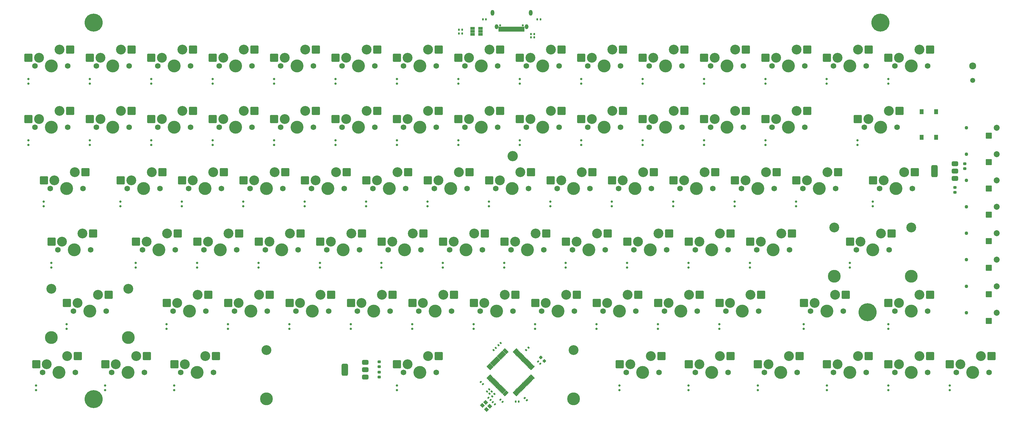
<source format=gbr>
%TF.GenerationSoftware,KiCad,Pcbnew,8.0.3*%
%TF.CreationDate,2024-07-13T16:12:33+02:00*%
%TF.ProjectId,DevKeyboard,4465764b-6579-4626-9f61-72642e6b6963,1.0*%
%TF.SameCoordinates,Original*%
%TF.FileFunction,Soldermask,Bot*%
%TF.FilePolarity,Negative*%
%FSLAX46Y46*%
G04 Gerber Fmt 4.6, Leading zero omitted, Abs format (unit mm)*
G04 Created by KiCad (PCBNEW 8.0.3) date 2024-07-13 16:12:33*
%MOMM*%
%LPD*%
G01*
G04 APERTURE LIST*
G04 Aperture macros list*
%AMRoundRect*
0 Rectangle with rounded corners*
0 $1 Rounding radius*
0 $2 $3 $4 $5 $6 $7 $8 $9 X,Y pos of 4 corners*
0 Add a 4 corners polygon primitive as box body*
4,1,4,$2,$3,$4,$5,$6,$7,$8,$9,$2,$3,0*
0 Add four circle primitives for the rounded corners*
1,1,$1+$1,$2,$3*
1,1,$1+$1,$4,$5*
1,1,$1+$1,$6,$7*
1,1,$1+$1,$8,$9*
0 Add four rect primitives between the rounded corners*
20,1,$1+$1,$2,$3,$4,$5,0*
20,1,$1+$1,$4,$5,$6,$7,0*
20,1,$1+$1,$6,$7,$8,$9,0*
20,1,$1+$1,$8,$9,$2,$3,0*%
%AMRotRect*
0 Rectangle, with rotation*
0 The origin of the aperture is its center*
0 $1 length*
0 $2 width*
0 $3 Rotation angle, in degrees counterclockwise*
0 Add horizontal line*
21,1,$1,$2,0,0,$3*%
G04 Aperture macros list end*
%ADD10C,5.600000*%
%ADD11C,3.048000*%
%ADD12C,3.987800*%
%ADD13C,1.100000*%
%ADD14RoundRect,0.102000X0.825000X-0.825000X0.825000X0.825000X-0.825000X0.825000X-0.825000X-0.825000X0*%
%ADD15C,1.854000*%
%ADD16C,1.750000*%
%ADD17C,3.050000*%
%ADD18C,4.000000*%
%ADD19RoundRect,0.250000X-1.025000X-1.000000X1.025000X-1.000000X1.025000X1.000000X-1.025000X1.000000X0*%
%ADD20C,3.200000*%
%ADD21C,2.159000*%
%ADD22C,1.549400*%
%ADD23RoundRect,0.150000X-0.200000X0.150000X-0.200000X-0.150000X0.200000X-0.150000X0.200000X0.150000X0*%
%ADD24RoundRect,0.140000X-0.021213X0.219203X-0.219203X0.021213X0.021213X-0.219203X0.219203X-0.021213X0*%
%ADD25RoundRect,0.140000X0.140000X0.170000X-0.140000X0.170000X-0.140000X-0.170000X0.140000X-0.170000X0*%
%ADD26RoundRect,0.140000X-0.219203X-0.021213X-0.021213X-0.219203X0.219203X0.021213X0.021213X0.219203X0*%
%ADD27RoundRect,0.135000X-0.135000X-0.185000X0.135000X-0.185000X0.135000X0.185000X-0.135000X0.185000X0*%
%ADD28R,1.300000X1.550000*%
%ADD29RoundRect,0.102000X-0.415425X-0.627557X0.627557X0.415425X0.415425X0.627557X-0.627557X-0.415425X0*%
%ADD30RoundRect,0.102000X-0.627557X0.415425X0.415425X-0.627557X0.627557X-0.415425X-0.415425X0.627557X0*%
%ADD31RoundRect,0.225000X0.250000X-0.225000X0.250000X0.225000X-0.250000X0.225000X-0.250000X-0.225000X0*%
%ADD32RoundRect,0.225000X-0.250000X0.225000X-0.250000X-0.225000X0.250000X-0.225000X0.250000X0.225000X0*%
%ADD33RoundRect,0.225000X0.335876X0.017678X0.017678X0.335876X-0.335876X-0.017678X-0.017678X-0.335876X0*%
%ADD34RoundRect,0.135000X0.135000X0.185000X-0.135000X0.185000X-0.135000X-0.185000X0.135000X-0.185000X0*%
%ADD35RoundRect,0.135000X-0.226274X-0.035355X-0.035355X-0.226274X0.226274X0.035355X0.035355X0.226274X0*%
%ADD36RoundRect,0.375000X0.625000X0.375000X-0.625000X0.375000X-0.625000X-0.375000X0.625000X-0.375000X0*%
%ADD37RoundRect,0.500000X0.500000X1.400000X-0.500000X1.400000X-0.500000X-1.400000X0.500000X-1.400000X0*%
%ADD38RoundRect,0.140000X-0.140000X-0.170000X0.140000X-0.170000X0.140000X0.170000X-0.140000X0.170000X0*%
%ADD39RotRect,1.150000X1.000000X135.000000*%
%ADD40RoundRect,0.140000X0.219203X0.021213X0.021213X0.219203X-0.219203X-0.021213X-0.021213X-0.219203X0*%
%ADD41RoundRect,0.055580X0.651420X0.341420X-0.651420X0.341420X-0.651420X-0.341420X0.651420X-0.341420X0*%
%ADD42RoundRect,0.135000X0.035355X-0.226274X0.226274X-0.035355X-0.035355X0.226274X-0.226274X0.035355X0*%
%ADD43C,0.650000*%
%ADD44RoundRect,0.102000X-0.400000X-0.700000X0.400000X-0.700000X0.400000X0.700000X-0.400000X0.700000X0*%
%ADD45RoundRect,0.102000X-0.150000X-0.700000X0.150000X-0.700000X0.150000X0.700000X-0.150000X0.700000X0*%
%ADD46O,1.104000X1.804000*%
%ADD47O,1.104000X1.504000*%
G04 APERTURE END LIST*
D10*
%TO.C,REF\u002A\u002A*%
X290500000Y-109500000D03*
%TD*%
D11*
%TO.C,REF\u002A\u002A*%
X280244550Y-83185000D03*
D12*
X280244550Y-98395000D03*
D11*
X304120550Y-83185000D03*
D12*
X304120550Y-98395000D03*
%TD*%
D13*
%TO.C,J305*%
X321205000Y-93221000D03*
D14*
X328105000Y-95721000D03*
D15*
X330605000Y-93221000D03*
%TD*%
D16*
%TO.C,SW215*%
X299008800Y-33020000D03*
D17*
X300278800Y-30480000D03*
D18*
X304088800Y-33020000D03*
D17*
X306628800Y-27940000D03*
D16*
X309168800Y-33020000D03*
D19*
X297003800Y-30480000D03*
X309930800Y-27940000D03*
%TD*%
D16*
%TO.C,SW236*%
X156133800Y-71120000D03*
D17*
X157403800Y-68580000D03*
D18*
X161213800Y-71120000D03*
D17*
X163753800Y-66040000D03*
D16*
X166293800Y-71120000D03*
D19*
X154128800Y-68580000D03*
X167055800Y-66040000D03*
%TD*%
D16*
%TO.C,SW204*%
X89458800Y-33020000D03*
D17*
X90728800Y-30480000D03*
D18*
X94538800Y-33020000D03*
D17*
X97078800Y-27940000D03*
D16*
X99618800Y-33020000D03*
D19*
X87453800Y-30480000D03*
X100380800Y-27940000D03*
%TD*%
D16*
%TO.C,SW279*%
X318058800Y-128270000D03*
D17*
X319328800Y-125730000D03*
D18*
X323138800Y-128270000D03*
D17*
X325678800Y-123190000D03*
D16*
X328218800Y-128270000D03*
D19*
X316053800Y-125730000D03*
X328980800Y-123190000D03*
%TD*%
D13*
%TO.C,J306*%
X321205000Y-84966000D03*
D14*
X328105000Y-87466000D03*
D15*
X330605000Y-84966000D03*
%TD*%
D16*
%TO.C,SW273*%
X146608800Y-128270000D03*
D17*
X147878800Y-125730000D03*
D18*
X151688800Y-128270000D03*
D17*
X154228800Y-123190000D03*
D16*
X156768800Y-128270000D03*
D19*
X144603800Y-125730000D03*
X157530800Y-123190000D03*
%TD*%
D16*
%TO.C,SW228*%
X260908800Y-52070000D03*
D17*
X262178800Y-49530000D03*
D18*
X265988800Y-52070000D03*
D17*
X268528800Y-46990000D03*
D16*
X271068800Y-52070000D03*
D19*
X258903800Y-49530000D03*
X271830800Y-46990000D03*
%TD*%
D16*
%TO.C,SW242*%
X270433800Y-71120000D03*
D17*
X271703800Y-68580000D03*
D18*
X275513800Y-71120000D03*
D17*
X278053800Y-66040000D03*
D16*
X280593800Y-71120000D03*
D19*
X268428800Y-68580000D03*
X281355800Y-66040000D03*
%TD*%
D16*
%TO.C,SW220*%
X108508800Y-52070000D03*
D17*
X109778800Y-49530000D03*
D18*
X113588800Y-52070000D03*
D17*
X116128800Y-46990000D03*
D16*
X118668800Y-52070000D03*
D19*
X106503800Y-49530000D03*
X119430800Y-46990000D03*
%TD*%
D16*
%TO.C,SW223*%
X165658800Y-52070000D03*
D17*
X166928800Y-49530000D03*
D18*
X170738800Y-52070000D03*
D17*
X173278800Y-46990000D03*
D16*
X175818800Y-52070000D03*
D19*
X163653800Y-49530000D03*
X176580800Y-46990000D03*
%TD*%
D16*
%TO.C,SW257*%
X44215050Y-109220000D03*
D17*
X45485050Y-106680000D03*
D18*
X49295050Y-109220000D03*
D17*
X51835050Y-104140000D03*
D16*
X54375050Y-109220000D03*
D19*
X42210050Y-106680000D03*
X55137050Y-104140000D03*
%TD*%
D10*
%TO.C,REF\u002A\u002A*%
X50500000Y-19500000D03*
%TD*%
D16*
%TO.C,SW268*%
X272815050Y-109220000D03*
D17*
X274085050Y-106680000D03*
D18*
X277895050Y-109220000D03*
D17*
X280435050Y-104140000D03*
D16*
X282975050Y-109220000D03*
D19*
X270810050Y-106680000D03*
X283737050Y-104140000D03*
%TD*%
D16*
%TO.C,SW278*%
X299008800Y-128270000D03*
D17*
X300278800Y-125730000D03*
D18*
X304088800Y-128270000D03*
D17*
X306628800Y-123190000D03*
D16*
X309168800Y-128270000D03*
D19*
X297003800Y-125730000D03*
X309930800Y-123190000D03*
%TD*%
D16*
%TO.C,SW254*%
X237096300Y-90170000D03*
D17*
X238366300Y-87630000D03*
D18*
X242176300Y-90170000D03*
D17*
X244716300Y-85090000D03*
D16*
X247256300Y-90170000D03*
D19*
X235091300Y-87630000D03*
X248018300Y-85090000D03*
%TD*%
D16*
%TO.C,SW277*%
X279958800Y-128270000D03*
D17*
X281228800Y-125730000D03*
D18*
X285038800Y-128270000D03*
D17*
X287578800Y-123190000D03*
D16*
X290118800Y-128270000D03*
D19*
X277953800Y-125730000D03*
X290880800Y-123190000D03*
%TD*%
D16*
%TO.C,SW218*%
X70408800Y-52070000D03*
D17*
X71678800Y-49530000D03*
D18*
X75488800Y-52070000D03*
D17*
X78028800Y-46990000D03*
D16*
X80568800Y-52070000D03*
D19*
X68403800Y-49530000D03*
X81330800Y-46990000D03*
%TD*%
D16*
%TO.C,SW251*%
X179946300Y-90170000D03*
D17*
X181216300Y-87630000D03*
D18*
X185026300Y-90170000D03*
D17*
X187566300Y-85090000D03*
D16*
X190106300Y-90170000D03*
D19*
X177941300Y-87630000D03*
X190868300Y-85090000D03*
%TD*%
D16*
%TO.C,SW209*%
X184708800Y-33020000D03*
D17*
X185978800Y-30480000D03*
D18*
X189788800Y-33020000D03*
D17*
X192328800Y-27940000D03*
D16*
X194868800Y-33020000D03*
D19*
X182703800Y-30480000D03*
X195630800Y-27940000D03*
%TD*%
D16*
%TO.C,SW224*%
X184708800Y-52070000D03*
D17*
X185978800Y-49530000D03*
D18*
X189788800Y-52070000D03*
D17*
X192328800Y-46990000D03*
D16*
X194868800Y-52070000D03*
D19*
X182703800Y-49530000D03*
X195630800Y-46990000D03*
%TD*%
D16*
%TO.C,SW256*%
X287102550Y-90170000D03*
D17*
X288372550Y-87630000D03*
D18*
X292182550Y-90170000D03*
D17*
X294722550Y-85090000D03*
D16*
X297262550Y-90170000D03*
D19*
X285097550Y-87630000D03*
X298024550Y-85090000D03*
%TD*%
D16*
%TO.C,SW271*%
X56121300Y-128270000D03*
D17*
X57391300Y-125730000D03*
D18*
X61201300Y-128270000D03*
D17*
X63741300Y-123190000D03*
D16*
X66281300Y-128270000D03*
D19*
X54116300Y-125730000D03*
X67043300Y-123190000D03*
%TD*%
D16*
%TO.C,SW259*%
X94221300Y-109220000D03*
D17*
X95491300Y-106680000D03*
D18*
X99301300Y-109220000D03*
D17*
X101841300Y-104140000D03*
D16*
X104381300Y-109220000D03*
D19*
X92216300Y-106680000D03*
X105143300Y-104140000D03*
%TD*%
D16*
%TO.C,SW241*%
X251383800Y-71120000D03*
D17*
X252653800Y-68580000D03*
D18*
X256463800Y-71120000D03*
D17*
X259003800Y-66040000D03*
D16*
X261543800Y-71120000D03*
D19*
X249378800Y-68580000D03*
X262305800Y-66040000D03*
%TD*%
D16*
%TO.C,SW245*%
X65646300Y-90170000D03*
D17*
X66916300Y-87630000D03*
D18*
X70726300Y-90170000D03*
D17*
X73266300Y-85090000D03*
D16*
X75806300Y-90170000D03*
D19*
X63641300Y-87630000D03*
X76568300Y-85090000D03*
%TD*%
D16*
%TO.C,SW272*%
X77552550Y-128270000D03*
D17*
X78822550Y-125730000D03*
D18*
X82632550Y-128270000D03*
D17*
X85172550Y-123190000D03*
D16*
X87712550Y-128270000D03*
D19*
X75547550Y-125730000D03*
X88474550Y-123190000D03*
%TD*%
D16*
%TO.C,SW214*%
X279958800Y-33020000D03*
D17*
X281228800Y-30480000D03*
D18*
X285038800Y-33020000D03*
D17*
X287578800Y-27940000D03*
D16*
X290118800Y-33020000D03*
D19*
X277953800Y-30480000D03*
X290880800Y-27940000D03*
%TD*%
D16*
%TO.C,SW208*%
X165658800Y-33020000D03*
D17*
X166928800Y-30480000D03*
D18*
X170738800Y-33020000D03*
D17*
X173278800Y-27940000D03*
D16*
X175818800Y-33020000D03*
D19*
X163653800Y-30480000D03*
X176580800Y-27940000D03*
%TD*%
D20*
%TO.C,REF\u002A\u002A*%
X180500000Y-61000000D03*
%TD*%
D16*
%TO.C,SW227*%
X241858800Y-52070000D03*
D17*
X243128800Y-49530000D03*
D18*
X246938800Y-52070000D03*
D17*
X249478800Y-46990000D03*
D16*
X252018800Y-52070000D03*
D19*
X239853800Y-49530000D03*
X252780800Y-46990000D03*
%TD*%
D21*
%TO.C,SW302*%
X323138800Y-33020000D03*
D22*
X323138800Y-37520118D03*
%TD*%
D16*
%TO.C,SW225*%
X203758800Y-52070000D03*
D17*
X205028800Y-49530000D03*
D18*
X208838800Y-52070000D03*
D17*
X211378800Y-46990000D03*
D16*
X213918800Y-52070000D03*
D19*
X201753800Y-49530000D03*
X214680800Y-46990000D03*
%TD*%
D16*
%TO.C,SW219*%
X89458800Y-52070000D03*
D17*
X90728800Y-49530000D03*
D18*
X94538800Y-52070000D03*
D17*
X97078800Y-46990000D03*
D16*
X99618800Y-52070000D03*
D19*
X87453800Y-49530000D03*
X100380800Y-46990000D03*
%TD*%
D16*
%TO.C,SW239*%
X213283800Y-71120000D03*
D17*
X214553800Y-68580000D03*
D18*
X218363800Y-71120000D03*
D17*
X220903800Y-66040000D03*
D16*
X223443800Y-71120000D03*
D19*
X211278800Y-68580000D03*
X224205800Y-66040000D03*
%TD*%
D16*
%TO.C,SW210*%
X203758800Y-33020000D03*
D17*
X205028800Y-30480000D03*
D18*
X208838800Y-33020000D03*
D17*
X211378800Y-27940000D03*
D16*
X213918800Y-33020000D03*
D19*
X201753800Y-30480000D03*
X214680800Y-27940000D03*
%TD*%
D16*
%TO.C,SW275*%
X237096300Y-128270000D03*
D17*
X238366300Y-125730000D03*
D18*
X242176300Y-128270000D03*
D17*
X244716300Y-123190000D03*
D16*
X247256300Y-128270000D03*
D19*
X235091300Y-125730000D03*
X248018300Y-123190000D03*
%TD*%
D16*
%TO.C,SW213*%
X260908800Y-33020000D03*
D17*
X262178800Y-30480000D03*
D18*
X265988800Y-33020000D03*
D17*
X268528800Y-27940000D03*
D16*
X271068800Y-33020000D03*
D19*
X258903800Y-30480000D03*
X271830800Y-27940000D03*
%TD*%
D13*
%TO.C,J402*%
X321200000Y-52200000D03*
D14*
X328100000Y-54700000D03*
D15*
X330600000Y-52200000D03*
%TD*%
D16*
%TO.C,SW261*%
X132321300Y-109220000D03*
D17*
X133591300Y-106680000D03*
D18*
X137401300Y-109220000D03*
D17*
X139941300Y-104140000D03*
D16*
X142481300Y-109220000D03*
D19*
X130316300Y-106680000D03*
X143243300Y-104140000D03*
%TD*%
D16*
%TO.C,SW237*%
X175183800Y-71120000D03*
D17*
X176453800Y-68580000D03*
D18*
X180263800Y-71120000D03*
D17*
X182803800Y-66040000D03*
D16*
X185343800Y-71120000D03*
D19*
X173178800Y-68580000D03*
X186105800Y-66040000D03*
%TD*%
D16*
%TO.C,SW231*%
X60883800Y-71120000D03*
D17*
X62153800Y-68580000D03*
D18*
X65963800Y-71120000D03*
D17*
X68503800Y-66040000D03*
D16*
X71043800Y-71120000D03*
D19*
X58878800Y-68580000D03*
X71805800Y-66040000D03*
%TD*%
D16*
%TO.C,SW252*%
X198996300Y-90170000D03*
D17*
X200266300Y-87630000D03*
D18*
X204076300Y-90170000D03*
D17*
X206616300Y-85090000D03*
D16*
X209156300Y-90170000D03*
D19*
X196991300Y-87630000D03*
X209918300Y-85090000D03*
%TD*%
D16*
%TO.C,SW216*%
X32308800Y-52070000D03*
D17*
X33578800Y-49530000D03*
D18*
X37388800Y-52070000D03*
D17*
X39928800Y-46990000D03*
D16*
X42468800Y-52070000D03*
D19*
X30303800Y-49530000D03*
X43230800Y-46990000D03*
%TD*%
D16*
%TO.C,SW244*%
X39452550Y-90170000D03*
D17*
X40722550Y-87630000D03*
D18*
X44532550Y-90170000D03*
D17*
X47072550Y-85090000D03*
D16*
X49612550Y-90170000D03*
D19*
X37447550Y-87630000D03*
X50374550Y-85090000D03*
%TD*%
D16*
%TO.C,SW270*%
X34690050Y-128270000D03*
D17*
X35960050Y-125730000D03*
D18*
X39770050Y-128270000D03*
D17*
X42310050Y-123190000D03*
D16*
X44850050Y-128270000D03*
D19*
X32685050Y-125730000D03*
X45612050Y-123190000D03*
%TD*%
D13*
%TO.C,J308*%
X321205000Y-68583000D03*
D14*
X328105000Y-71083000D03*
D15*
X330605000Y-68583000D03*
%TD*%
D10*
%TO.C,REF\u002A\u002A*%
X294500000Y-19500000D03*
%TD*%
D16*
%TO.C,SW217*%
X51358800Y-52070000D03*
D17*
X52628800Y-49530000D03*
D18*
X56438800Y-52070000D03*
D17*
X58978800Y-46990000D03*
D16*
X61518800Y-52070000D03*
D19*
X49353800Y-49530000D03*
X62280800Y-46990000D03*
%TD*%
D16*
%TO.C,SW230*%
X37071300Y-71120000D03*
D17*
X38341300Y-68580000D03*
D18*
X42151300Y-71120000D03*
D17*
X44691300Y-66040000D03*
D16*
X47231300Y-71120000D03*
D19*
X35066300Y-68580000D03*
X47993300Y-66040000D03*
%TD*%
D16*
%TO.C,SW248*%
X122796300Y-90170000D03*
D17*
X124066300Y-87630000D03*
D18*
X127876300Y-90170000D03*
D17*
X130416300Y-85090000D03*
D16*
X132956300Y-90170000D03*
D19*
X120791300Y-87630000D03*
X133718300Y-85090000D03*
%TD*%
D16*
%TO.C,SW235*%
X137083800Y-71120000D03*
D17*
X138353800Y-68580000D03*
D18*
X142163800Y-71120000D03*
D17*
X144703800Y-66040000D03*
D16*
X147243800Y-71120000D03*
D19*
X135078800Y-68580000D03*
X148005800Y-66040000D03*
%TD*%
D16*
%TO.C,SW233*%
X98983800Y-71120000D03*
D17*
X100253800Y-68580000D03*
D18*
X104063800Y-71120000D03*
D17*
X106603800Y-66040000D03*
D16*
X109143800Y-71120000D03*
D19*
X96978800Y-68580000D03*
X109905800Y-66040000D03*
%TD*%
D16*
%TO.C,SW234*%
X118033800Y-71120000D03*
D17*
X119303800Y-68580000D03*
D18*
X123113800Y-71120000D03*
D17*
X125653800Y-66040000D03*
D16*
X128193800Y-71120000D03*
D19*
X116028800Y-68580000D03*
X128955800Y-66040000D03*
%TD*%
D16*
%TO.C,SW201*%
X32308800Y-33020000D03*
D17*
X33578800Y-30480000D03*
D18*
X37388800Y-33020000D03*
D17*
X39928800Y-27940000D03*
D16*
X42468800Y-33020000D03*
D19*
X30303800Y-30480000D03*
X43230800Y-27940000D03*
%TD*%
D16*
%TO.C,SW229*%
X289483800Y-52070000D03*
D17*
X290753800Y-49530000D03*
D18*
X294563800Y-52070000D03*
D17*
X297103800Y-46990000D03*
D16*
X299643800Y-52070000D03*
D19*
X287478800Y-49530000D03*
X300405800Y-46990000D03*
%TD*%
D16*
%TO.C,SW253*%
X218046300Y-90170000D03*
D17*
X219316300Y-87630000D03*
D18*
X223126300Y-90170000D03*
D17*
X225666300Y-85090000D03*
D16*
X228206300Y-90170000D03*
D19*
X216041300Y-87630000D03*
X228968300Y-85090000D03*
%TD*%
D16*
%TO.C,SW274*%
X215665050Y-128270000D03*
D17*
X216935050Y-125730000D03*
D18*
X220745050Y-128270000D03*
D17*
X223285050Y-123190000D03*
D16*
X225825050Y-128270000D03*
D19*
X213660050Y-125730000D03*
X226587050Y-123190000D03*
%TD*%
D16*
%TO.C,SW232*%
X79933800Y-71120000D03*
D17*
X81203800Y-68580000D03*
D18*
X85013800Y-71120000D03*
D17*
X87553800Y-66040000D03*
D16*
X90093800Y-71120000D03*
D19*
X77928800Y-68580000D03*
X90855800Y-66040000D03*
%TD*%
D16*
%TO.C,SW258*%
X75171300Y-109220000D03*
D17*
X76441300Y-106680000D03*
D18*
X80251300Y-109220000D03*
D17*
X82791300Y-104140000D03*
D16*
X85331300Y-109220000D03*
D19*
X73166300Y-106680000D03*
X86093300Y-104140000D03*
%TD*%
D16*
%TO.C,SW226*%
X222808800Y-52070000D03*
D17*
X224078800Y-49530000D03*
D18*
X227888800Y-52070000D03*
D17*
X230428800Y-46990000D03*
D16*
X232968800Y-52070000D03*
D19*
X220803800Y-49530000D03*
X233730800Y-46990000D03*
%TD*%
D16*
%TO.C,SW207*%
X146608800Y-33020000D03*
D17*
X147878800Y-30480000D03*
D18*
X151688800Y-33020000D03*
D17*
X154228800Y-27940000D03*
D16*
X156768800Y-33020000D03*
D19*
X144603800Y-30480000D03*
X157530800Y-27940000D03*
%TD*%
D16*
%TO.C,SW205*%
X108508800Y-33020000D03*
D17*
X109778800Y-30480000D03*
D18*
X113588800Y-33020000D03*
D17*
X116128800Y-27940000D03*
D16*
X118668800Y-33020000D03*
D19*
X106503800Y-30480000D03*
X119430800Y-27940000D03*
%TD*%
D13*
%TO.C,J304*%
X321205000Y-101476000D03*
D14*
X328105000Y-103976000D03*
D15*
X330605000Y-101476000D03*
%TD*%
D16*
%TO.C,SW202*%
X51358800Y-33020000D03*
D17*
X52628800Y-30480000D03*
D18*
X56438800Y-33020000D03*
D17*
X58978800Y-27940000D03*
D16*
X61518800Y-33020000D03*
D19*
X49353800Y-30480000D03*
X62280800Y-27940000D03*
%TD*%
D16*
%TO.C,SW267*%
X246621300Y-109220000D03*
D17*
X247891300Y-106680000D03*
D18*
X251701300Y-109220000D03*
D17*
X254241300Y-104140000D03*
D16*
X256781300Y-109220000D03*
D19*
X244616300Y-106680000D03*
X257543300Y-104140000D03*
%TD*%
D11*
%TO.C,REF\u002A\u002A*%
X104063800Y-121285000D03*
D12*
X104063800Y-136495000D03*
D11*
X199313800Y-121285000D03*
D12*
X199313800Y-136495000D03*
%TD*%
D16*
%TO.C,SW269*%
X299008800Y-109220000D03*
D17*
X300278800Y-106680000D03*
D18*
X304088800Y-109220000D03*
D17*
X306628800Y-104140000D03*
D16*
X309168800Y-109220000D03*
D19*
X297003800Y-106680000D03*
X309930800Y-104140000D03*
%TD*%
D13*
%TO.C,J303*%
X321205000Y-109731000D03*
D14*
X328105000Y-112231000D03*
D15*
X330605000Y-109731000D03*
%TD*%
D16*
%TO.C,SW212*%
X241858800Y-33020000D03*
D17*
X243128800Y-30480000D03*
D18*
X246938800Y-33020000D03*
D17*
X249478800Y-27940000D03*
D16*
X252018800Y-33020000D03*
D19*
X239853800Y-30480000D03*
X252780800Y-27940000D03*
%TD*%
D16*
%TO.C,SW211*%
X222808800Y-33020000D03*
D17*
X224078800Y-30480000D03*
D18*
X227888800Y-33020000D03*
D17*
X230428800Y-27940000D03*
D16*
X232968800Y-33020000D03*
D19*
X220803800Y-30480000D03*
X233730800Y-27940000D03*
%TD*%
D16*
%TO.C,SW262*%
X151371300Y-109220000D03*
D17*
X152641300Y-106680000D03*
D18*
X156451300Y-109220000D03*
D17*
X158991300Y-104140000D03*
D16*
X161531300Y-109220000D03*
D19*
X149366300Y-106680000D03*
X162293300Y-104140000D03*
%TD*%
D16*
%TO.C,SW222*%
X146608800Y-52070000D03*
D17*
X147878800Y-49530000D03*
D18*
X151688800Y-52070000D03*
D17*
X154228800Y-46990000D03*
D16*
X156768800Y-52070000D03*
D19*
X144603800Y-49530000D03*
X157530800Y-46990000D03*
%TD*%
D16*
%TO.C,SW243*%
X294246300Y-71120000D03*
D17*
X295516300Y-68580000D03*
D18*
X299326300Y-71120000D03*
D17*
X301866300Y-66040000D03*
D16*
X304406300Y-71120000D03*
D19*
X292241300Y-68580000D03*
X305168300Y-66040000D03*
%TD*%
D16*
%TO.C,SW249*%
X141846300Y-90170000D03*
D17*
X143116300Y-87630000D03*
D18*
X146926300Y-90170000D03*
D17*
X149466300Y-85090000D03*
D16*
X152006300Y-90170000D03*
D19*
X139841300Y-87630000D03*
X152768300Y-85090000D03*
%TD*%
D16*
%TO.C,SW246*%
X84696300Y-90170000D03*
D17*
X85966300Y-87630000D03*
D18*
X89776300Y-90170000D03*
D17*
X92316300Y-85090000D03*
D16*
X94856300Y-90170000D03*
D19*
X82691300Y-87630000D03*
X95618300Y-85090000D03*
%TD*%
D16*
%TO.C,SW276*%
X258527550Y-128270000D03*
D17*
X259797550Y-125730000D03*
D18*
X263607550Y-128270000D03*
D17*
X266147550Y-123190000D03*
D16*
X268687550Y-128270000D03*
D19*
X256522550Y-125730000D03*
X269449550Y-123190000D03*
%TD*%
D11*
%TO.C,REF\u002A\u002A*%
X37357050Y-102235000D03*
D12*
X37357050Y-117445000D03*
D11*
X61233050Y-102235000D03*
D12*
X61233050Y-117445000D03*
%TD*%
D16*
%TO.C,SW265*%
X208521300Y-109220000D03*
D17*
X209791300Y-106680000D03*
D18*
X213601300Y-109220000D03*
D17*
X216141300Y-104140000D03*
D16*
X218681300Y-109220000D03*
D19*
X206516300Y-106680000D03*
X219443300Y-104140000D03*
%TD*%
D16*
%TO.C,SW260*%
X113271300Y-109220000D03*
D17*
X114541300Y-106680000D03*
D18*
X118351300Y-109220000D03*
D17*
X120891300Y-104140000D03*
D16*
X123431300Y-109220000D03*
D19*
X111266300Y-106680000D03*
X124193300Y-104140000D03*
%TD*%
D13*
%TO.C,J401*%
X321200000Y-60409000D03*
D14*
X328100000Y-62909000D03*
D15*
X330600000Y-60409000D03*
%TD*%
D16*
%TO.C,SW247*%
X103746300Y-90170000D03*
D17*
X105016300Y-87630000D03*
D18*
X108826300Y-90170000D03*
D17*
X111366300Y-85090000D03*
D16*
X113906300Y-90170000D03*
D19*
X101741300Y-87630000D03*
X114668300Y-85090000D03*
%TD*%
D10*
%TO.C,REF\u002A\u002A*%
X50500000Y-136500000D03*
%TD*%
D13*
%TO.C,J307*%
X321205000Y-76751000D03*
D14*
X328105000Y-79251000D03*
D15*
X330605000Y-76751000D03*
%TD*%
D16*
%TO.C,SW263*%
X170421300Y-109220000D03*
D17*
X171691300Y-106680000D03*
D18*
X175501300Y-109220000D03*
D17*
X178041300Y-104140000D03*
D16*
X180581300Y-109220000D03*
D19*
X168416300Y-106680000D03*
X181343300Y-104140000D03*
%TD*%
D16*
%TO.C,SW240*%
X232333800Y-71120000D03*
D17*
X233603800Y-68580000D03*
D18*
X237413800Y-71120000D03*
D17*
X239953800Y-66040000D03*
D16*
X242493800Y-71120000D03*
D19*
X230328800Y-68580000D03*
X243255800Y-66040000D03*
%TD*%
D16*
%TO.C,SW206*%
X127558800Y-33020000D03*
D17*
X128828800Y-30480000D03*
D18*
X132638800Y-33020000D03*
D17*
X135178800Y-27940000D03*
D16*
X137718800Y-33020000D03*
D19*
X125553800Y-30480000D03*
X138480800Y-27940000D03*
%TD*%
D16*
%TO.C,SW250*%
X160896300Y-90170000D03*
D17*
X162166300Y-87630000D03*
D18*
X165976300Y-90170000D03*
D17*
X168516300Y-85090000D03*
D16*
X171056300Y-90170000D03*
D19*
X158891300Y-87630000D03*
X171818300Y-85090000D03*
%TD*%
D16*
%TO.C,SW255*%
X256146300Y-90170000D03*
D17*
X257416300Y-87630000D03*
D18*
X261226300Y-90170000D03*
D17*
X263766300Y-85090000D03*
D16*
X266306300Y-90170000D03*
D19*
X254141300Y-87630000D03*
X267068300Y-85090000D03*
%TD*%
D16*
%TO.C,SW238*%
X194233800Y-71120000D03*
D17*
X195503800Y-68580000D03*
D18*
X199313800Y-71120000D03*
D17*
X201853800Y-66040000D03*
D16*
X204393800Y-71120000D03*
D19*
X192228800Y-68580000D03*
X205155800Y-66040000D03*
%TD*%
D16*
%TO.C,SW264*%
X189471300Y-109220000D03*
D17*
X190741300Y-106680000D03*
D18*
X194551300Y-109220000D03*
D17*
X197091300Y-104140000D03*
D16*
X199631300Y-109220000D03*
D19*
X187466300Y-106680000D03*
X200393300Y-104140000D03*
%TD*%
D16*
%TO.C,SW203*%
X70408800Y-33020000D03*
D17*
X71678800Y-30480000D03*
D18*
X75488800Y-33020000D03*
D17*
X78028800Y-27940000D03*
D16*
X80568800Y-33020000D03*
D19*
X68403800Y-30480000D03*
X81330800Y-27940000D03*
%TD*%
D16*
%TO.C,SW221*%
X127558800Y-52070000D03*
D17*
X128828800Y-49530000D03*
D18*
X132638800Y-52070000D03*
D17*
X135178800Y-46990000D03*
D16*
X137718800Y-52070000D03*
D19*
X125553800Y-49530000D03*
X138480800Y-46990000D03*
%TD*%
D16*
%TO.C,SW266*%
X227571300Y-109220000D03*
D17*
X228841300Y-106680000D03*
D18*
X232651300Y-109220000D03*
D17*
X235191300Y-104140000D03*
D16*
X237731300Y-109220000D03*
D19*
X225566300Y-106680000D03*
X238493300Y-104140000D03*
%TD*%
D23*
%TO.C,D263*%
X168357550Y-114682500D03*
X168357550Y-113282500D03*
%TD*%
D24*
%TO.C,C307*%
X173211811Y-133467789D03*
X172532989Y-134146611D03*
%TD*%
D23*
%TO.C,D246*%
X82632550Y-95632500D03*
X82632550Y-94232500D03*
%TD*%
%TO.C,D225*%
X201695050Y-57532500D03*
X201695050Y-56132500D03*
%TD*%
%TO.C,D226*%
X220745050Y-57532500D03*
X220745050Y-56132500D03*
%TD*%
%TO.C,D220*%
X106445050Y-57532500D03*
X106445050Y-56132500D03*
%TD*%
D25*
%TO.C,C314*%
X189075000Y-18542000D03*
X188115000Y-18542000D03*
%TD*%
D23*
%TO.C,D227*%
X239795050Y-57532500D03*
X239795050Y-56132500D03*
%TD*%
D26*
%TO.C,C301*%
X176698589Y-136693589D03*
X177377411Y-137372411D03*
%TD*%
D23*
%TO.C,D224*%
X182645050Y-57532500D03*
X182645050Y-56132500D03*
%TD*%
%TO.C,D257*%
X42151300Y-114682500D03*
X42151300Y-113282500D03*
%TD*%
%TO.C,D237*%
X173120050Y-76582500D03*
X173120050Y-75182500D03*
%TD*%
%TO.C,D265*%
X206457550Y-114682500D03*
X206457550Y-113282500D03*
%TD*%
D24*
%TO.C,C310*%
X176729711Y-119104089D03*
X176050889Y-119782911D03*
%TD*%
D23*
%TO.C,D217*%
X49295050Y-57532500D03*
X49295050Y-56132500D03*
%TD*%
%TO.C,D277*%
X277895050Y-133732500D03*
X277895050Y-132332500D03*
%TD*%
%TO.C,D252*%
X196932550Y-95632500D03*
X196932550Y-94232500D03*
%TD*%
%TO.C,D260*%
X111207550Y-114682500D03*
X111207550Y-113282500D03*
%TD*%
%TO.C,D253*%
X215982550Y-95632500D03*
X215982550Y-94232500D03*
%TD*%
%TO.C,D251*%
X177882550Y-95632500D03*
X177882550Y-94232500D03*
%TD*%
%TO.C,D279*%
X315995050Y-133732500D03*
X315995050Y-132332500D03*
%TD*%
%TO.C,D211*%
X220745050Y-38482500D03*
X220745050Y-37082500D03*
%TD*%
D27*
%TO.C,R301*%
X186180001Y-23114000D03*
X187199999Y-23114000D03*
%TD*%
D23*
%TO.C,D249*%
X139782550Y-95632500D03*
X139782550Y-94232500D03*
%TD*%
D28*
%TO.C,SW301*%
X307276000Y-47206000D03*
X307276000Y-55156000D03*
X311776000Y-47206000D03*
X311776000Y-55156000D03*
%TD*%
D23*
%TO.C,D223*%
X163595050Y-57532500D03*
X163595050Y-56132500D03*
%TD*%
D29*
%TO.C,IC301*%
X178413572Y-134915529D03*
X178060018Y-134561976D03*
X177706465Y-134208422D03*
X177352912Y-133854869D03*
X176999358Y-133501316D03*
X176645805Y-133147762D03*
X176292251Y-132794209D03*
X175938698Y-132440655D03*
X175585145Y-132087102D03*
X175231591Y-131733549D03*
X174878038Y-131379995D03*
X174524484Y-131026442D03*
X174170931Y-130672888D03*
X173817378Y-130319335D03*
X173463824Y-129965782D03*
X173110271Y-129612228D03*
D30*
X173110271Y-126800772D03*
X173463824Y-126447218D03*
X173817378Y-126093665D03*
X174170931Y-125740112D03*
X174524484Y-125386558D03*
X174878038Y-125033005D03*
X175231591Y-124679451D03*
X175585145Y-124325898D03*
X175938698Y-123972345D03*
X176292251Y-123618791D03*
X176645805Y-123265238D03*
X176999358Y-122911684D03*
X177352912Y-122558131D03*
X177706465Y-122204578D03*
X178060018Y-121851024D03*
X178413572Y-121497471D03*
D29*
X181225028Y-121497471D03*
X181578582Y-121851024D03*
X181932135Y-122204578D03*
X182285688Y-122558131D03*
X182639242Y-122911684D03*
X182992795Y-123265238D03*
X183346349Y-123618791D03*
X183699902Y-123972345D03*
X184053455Y-124325898D03*
X184407009Y-124679451D03*
X184760562Y-125033005D03*
X185114116Y-125386558D03*
X185467669Y-125740112D03*
X185821222Y-126093665D03*
X186174776Y-126447218D03*
X186528329Y-126800772D03*
D30*
X186528329Y-129612228D03*
X186174776Y-129965782D03*
X185821222Y-130319335D03*
X185467669Y-130672888D03*
X185114116Y-131026442D03*
X184760562Y-131379995D03*
X184407009Y-131733549D03*
X184053455Y-132087102D03*
X183699902Y-132440655D03*
X183346349Y-132794209D03*
X182992795Y-133147762D03*
X182639242Y-133501316D03*
X182285688Y-133854869D03*
X181932135Y-134208422D03*
X181578582Y-134561976D03*
X181225028Y-134915529D03*
%TD*%
D23*
%TO.C,D254*%
X235032550Y-95632500D03*
X235032550Y-94232500D03*
%TD*%
%TO.C,D208*%
X163595050Y-38482500D03*
X163595050Y-37082500D03*
%TD*%
%TO.C,D221*%
X125495050Y-57532500D03*
X125495050Y-56132500D03*
%TD*%
%TO.C,D272*%
X75488800Y-133732500D03*
X75488800Y-132332500D03*
%TD*%
%TO.C,D271*%
X54057550Y-133732500D03*
X54057550Y-132332500D03*
%TD*%
%TO.C,D209*%
X182645050Y-38482500D03*
X182645050Y-37082500D03*
%TD*%
D31*
%TO.C,C402*%
X139065000Y-129680000D03*
X139065000Y-128130000D03*
%TD*%
D23*
%TO.C,D204*%
X87395050Y-38482500D03*
X87395050Y-37082500D03*
%TD*%
D32*
%TO.C,C403*%
X320675000Y-63360000D03*
X320675000Y-64910000D03*
%TD*%
D33*
%TO.C,C305*%
X190286008Y-124703208D03*
X189189992Y-123607192D03*
%TD*%
D23*
%TO.C,D201*%
X30245050Y-38482500D03*
X30245050Y-37082500D03*
%TD*%
%TO.C,D238*%
X192170050Y-76582500D03*
X192170050Y-75182500D03*
%TD*%
%TO.C,D244*%
X37388800Y-95632500D03*
X37388800Y-94232500D03*
%TD*%
D34*
%TO.C,R311*%
X164848000Y-21742400D03*
X163828000Y-21742400D03*
%TD*%
D23*
%TO.C,D233*%
X96920050Y-76582500D03*
X96920050Y-75182500D03*
%TD*%
%TO.C,D245*%
X63582550Y-95632500D03*
X63582550Y-94232500D03*
%TD*%
%TO.C,D230*%
X35007550Y-76582500D03*
X35007550Y-75182500D03*
%TD*%
D35*
%TO.C,R303*%
X184170376Y-136164376D03*
X184891624Y-136885624D03*
%TD*%
D23*
%TO.C,D205*%
X106445050Y-38482500D03*
X106445050Y-37082500D03*
%TD*%
%TO.C,D247*%
X101682550Y-95632500D03*
X101682550Y-94232500D03*
%TD*%
%TO.C,D206*%
X125495050Y-38482500D03*
X125495050Y-37082500D03*
%TD*%
%TO.C,D278*%
X296945050Y-133732500D03*
X296945050Y-132332500D03*
%TD*%
%TO.C,D250*%
X158832550Y-95632500D03*
X158832550Y-94232500D03*
%TD*%
D24*
%TO.C,C304*%
X175193011Y-120615389D03*
X174514189Y-121294211D03*
%TD*%
D23*
%TO.C,D273*%
X144545050Y-133732500D03*
X144545050Y-132332500D03*
%TD*%
%TO.C,D248*%
X120732550Y-95632500D03*
X120732550Y-94232500D03*
%TD*%
%TO.C,D241*%
X249320050Y-76582500D03*
X249320050Y-75182500D03*
%TD*%
%TO.C,D235*%
X135020050Y-76582500D03*
X135020050Y-75182500D03*
%TD*%
%TO.C,D269*%
X296945050Y-114682500D03*
X296945050Y-113282500D03*
%TD*%
%TO.C,D219*%
X87395050Y-57532500D03*
X87395050Y-56132500D03*
%TD*%
%TO.C,D232*%
X77870050Y-76582500D03*
X77870050Y-75182500D03*
%TD*%
%TO.C,D243*%
X292182550Y-76582500D03*
X292182550Y-75182500D03*
%TD*%
%TO.C,D261*%
X130257550Y-114682500D03*
X130257550Y-113282500D03*
%TD*%
%TO.C,D258*%
X73107550Y-114682500D03*
X73107550Y-113282500D03*
%TD*%
%TO.C,D214*%
X277863300Y-38482500D03*
X277863300Y-37082500D03*
%TD*%
%TO.C,D240*%
X230270050Y-76582500D03*
X230270050Y-75182500D03*
%TD*%
D36*
%TO.C,U401*%
X134722000Y-125081000D03*
X134721999Y-127381000D03*
X134722000Y-129681000D03*
D37*
X128422001Y-127381000D03*
%TD*%
D23*
%TO.C,D255*%
X254082550Y-95632500D03*
X254082550Y-94232500D03*
%TD*%
%TO.C,D276*%
X256463800Y-133732500D03*
X256463800Y-132332500D03*
%TD*%
%TO.C,D262*%
X149307550Y-114682500D03*
X149307550Y-113282500D03*
%TD*%
%TO.C,D274*%
X213601300Y-133732500D03*
X213601300Y-132332500D03*
%TD*%
%TO.C,D234*%
X115970050Y-76582500D03*
X115970050Y-75182500D03*
%TD*%
%TO.C,D270*%
X32626300Y-133732500D03*
X32626300Y-132332500D03*
%TD*%
%TO.C,D275*%
X235032550Y-133732500D03*
X235032550Y-132332500D03*
%TD*%
D38*
%TO.C,C302*%
X181384000Y-137287000D03*
X182344000Y-137287000D03*
%TD*%
D36*
%TO.C,U402*%
X317602000Y-63359000D03*
X317602000Y-65659000D03*
X317602000Y-67959000D03*
D37*
X311302000Y-65659000D03*
%TD*%
D23*
%TO.C,D231*%
X58820050Y-76582500D03*
X58820050Y-75182500D03*
%TD*%
%TO.C,D268*%
X270751300Y-114682500D03*
X270751300Y-113282500D03*
%TD*%
%TO.C,D216*%
X30245050Y-57532500D03*
X30245050Y-56132500D03*
%TD*%
%TO.C,D242*%
X268370050Y-76582500D03*
X268370050Y-75182500D03*
%TD*%
%TO.C,D239*%
X211220050Y-76582500D03*
X211220050Y-75182500D03*
%TD*%
%TO.C,D229*%
X287420050Y-57532500D03*
X287420050Y-56132500D03*
%TD*%
D39*
%TO.C,Y301*%
X172332488Y-139768386D03*
X171095051Y-138530949D03*
X172085000Y-137541000D03*
X173322437Y-138778437D03*
%TD*%
D40*
%TO.C,C303*%
X189048711Y-125497911D03*
X188369889Y-124819089D03*
%TD*%
D32*
%TO.C,C404*%
X317601600Y-70751400D03*
X317601600Y-72301400D03*
%TD*%
D23*
%TO.C,D222*%
X144545050Y-57532500D03*
X144545050Y-56132500D03*
%TD*%
D26*
%TO.C,C311*%
X170589889Y-131169089D03*
X171268711Y-131847911D03*
%TD*%
D23*
%TO.C,D267*%
X244557550Y-114682500D03*
X244557550Y-113282500D03*
%TD*%
D32*
%TO.C,C401*%
X139065000Y-124955000D03*
X139065000Y-126505000D03*
%TD*%
D41*
%TO.C,U301*%
X170505600Y-21300400D03*
X170505600Y-22250400D03*
X170505600Y-23200400D03*
X167995600Y-23200400D03*
X167995600Y-22250400D03*
X167995600Y-21300400D03*
%TD*%
D23*
%TO.C,D259*%
X92157550Y-114682500D03*
X92157550Y-113282500D03*
%TD*%
%TO.C,D264*%
X187407550Y-114682500D03*
X187407550Y-113282500D03*
%TD*%
%TO.C,D213*%
X258845050Y-38482500D03*
X258845050Y-37082500D03*
%TD*%
D42*
%TO.C,R305*%
X174083320Y-135662517D03*
X174804568Y-134941269D03*
%TD*%
D23*
%TO.C,D215*%
X296945050Y-38482500D03*
X296945050Y-37082500D03*
%TD*%
%TO.C,D210*%
X201695050Y-38482500D03*
X201695050Y-37082500D03*
%TD*%
D38*
%TO.C,C306*%
X171224000Y-18542000D03*
X172184000Y-18542000D03*
%TD*%
D23*
%TO.C,D236*%
X154070050Y-76582500D03*
X154070050Y-75182500D03*
%TD*%
%TO.C,D207*%
X144545050Y-38482500D03*
X144545050Y-37082500D03*
%TD*%
D42*
%TO.C,R310*%
X184658000Y-121285000D03*
X185379248Y-120563752D03*
%TD*%
D23*
%TO.C,D228*%
X258845050Y-57532500D03*
X258845050Y-56132500D03*
%TD*%
D26*
%TO.C,C308*%
X174307733Y-137502482D03*
X174986555Y-138181304D03*
%TD*%
D23*
%TO.C,D212*%
X239795050Y-38482500D03*
X239795050Y-37082500D03*
%TD*%
D27*
%TO.C,R302*%
X186180001Y-24130000D03*
X187199999Y-24130000D03*
%TD*%
D23*
%TO.C,D266*%
X225507550Y-114682500D03*
X225507550Y-113282500D03*
%TD*%
D43*
%TO.C,J301*%
X176600000Y-20350000D03*
X183600000Y-20350000D03*
D44*
X176600000Y-21600000D03*
X177600000Y-21600000D03*
D45*
X178850000Y-21600000D03*
X179850000Y-21600000D03*
X180350000Y-21600000D03*
X181350000Y-21600000D03*
D44*
X182600000Y-21600000D03*
X183600000Y-21600000D03*
D45*
X181850000Y-21600000D03*
X180850000Y-21600000D03*
X179350000Y-21600000D03*
X178350000Y-21600000D03*
D46*
X174180000Y-16500000D03*
X186020000Y-16500000D03*
D47*
X175450000Y-20820000D03*
X184750000Y-20820000D03*
%TD*%
D34*
%TO.C,R312*%
X164848000Y-22885400D03*
X163828000Y-22885400D03*
%TD*%
D42*
%TO.C,R304*%
X173248376Y-134853624D03*
X173969624Y-134132376D03*
%TD*%
D23*
%TO.C,D202*%
X49295050Y-38482500D03*
X49295050Y-37082500D03*
%TD*%
%TO.C,D218*%
X68345050Y-57532500D03*
X68345050Y-56132500D03*
%TD*%
%TO.C,D256*%
X285038800Y-95632500D03*
X285038800Y-94232500D03*
%TD*%
%TO.C,D203*%
X68345050Y-38482500D03*
X68345050Y-37082500D03*
%TD*%
D26*
%TO.C,C309*%
X172936133Y-136130882D03*
X173614955Y-136809704D03*
%TD*%
M02*

</source>
